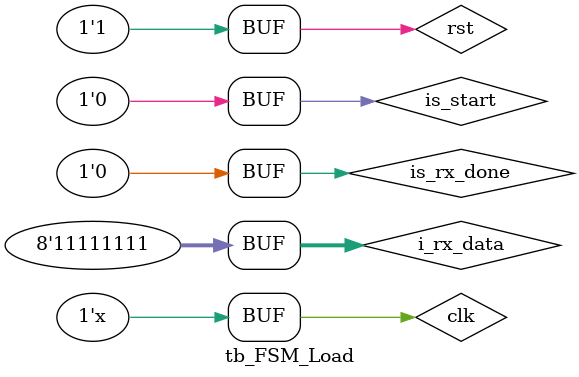
<source format=v>
`timescale 1ns / 1ps
module tb_FSM_Load();

    reg           clk;
    reg           rst;
    reg           is_rx_done;
    reg  [7  : 0] i_rx_data;
    reg           is_start;
    wire [7  : 0] o_address;
    wire [31 : 0] o_instruction;
    wire          os_WriteMem;
    wire          os_done;

    initial begin
        clk         = 0;
        rst         = 0;          
        is_rx_done  = 0;
        i_rx_data   = 0;
        is_start    = 0;     

        #100
        rst         = 1;

        #200
        is_start    = 1;
        #20
        is_start    = 0;

        #200
        is_rx_done  = 1;
        i_rx_data   = 8'b11111111;
        #20
        is_rx_done  = 0;

        #200
        is_rx_done  = 1;
        i_rx_data   = 8'b00000000;
        #20
        is_rx_done  = 0;

        #200
        is_rx_done  = 1;
        i_rx_data   = 8'b11111111;
        #20
        is_rx_done  = 0;

        #200
        is_rx_done  = 1;
        i_rx_data   = 8'b00000000;
        #20
        is_rx_done  = 0;

        #1000
        is_rx_done  = 1;
        i_rx_data   = 8'b11111111;
        #20
        is_rx_done  = 0;

        #200
        is_rx_done  = 1;
        i_rx_data   = 8'b11111111;
        #20
        is_rx_done  = 0;

        #200
        is_rx_done  = 1;
        i_rx_data   = 8'b11111111;
        #20
        is_rx_done  = 0;

        #200
        is_rx_done  = 1;
        i_rx_data   = 8'b11111111;
        #20
        is_rx_done  = 0;

    end
    always #10 clk = ~clk;

    FSM_Load u_FSM_Load(
                       .clk(clk),
                       .rst(rst),
                       .i_rx_data(i_rx_data),
                       .is_rx_done(is_rx_done),
                       .is_start(is_start),
                       .o_address(o_address),
                       .o_instruction(o_instruction),
                       .os_WriteMem(os_WriteMem),
                       .os_done(os_done)
                       );
endmodule

</source>
